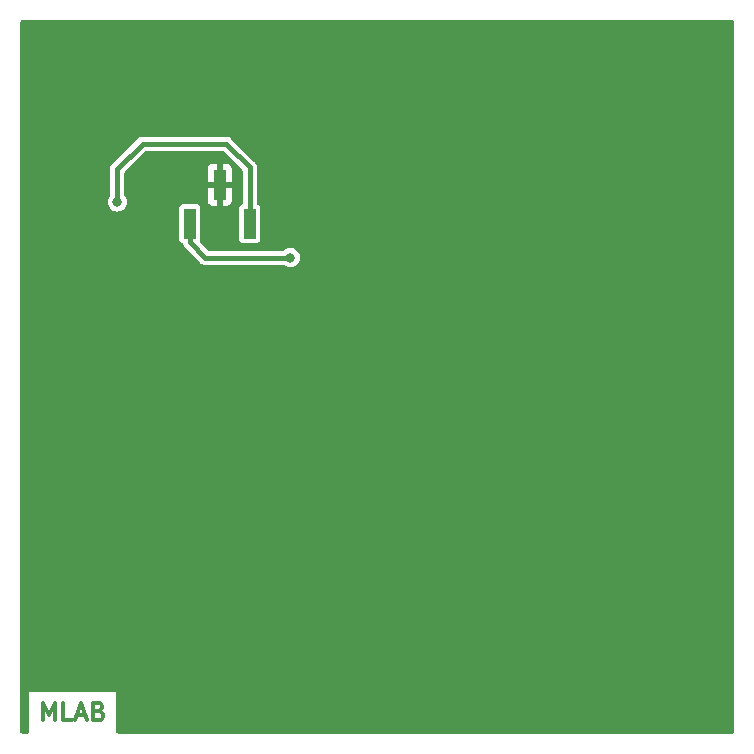
<source format=gbr>
%TF.GenerationSoftware,KiCad,Pcbnew,7.0.5.1-1-g8f565ef7f0-dirty-deb11*%
%TF.CreationDate,2023-07-05T15:05:41+00:00*%
%TF.ProjectId,PINHOLDER02,50494e48-4f4c-4444-9552-30322e6b6963,02A*%
%TF.SameCoordinates,Original*%
%TF.FileFunction,Copper,L1,Top*%
%TF.FilePolarity,Positive*%
%FSLAX46Y46*%
G04 Gerber Fmt 4.6, Leading zero omitted, Abs format (unit mm)*
G04 Created by KiCad (PCBNEW 7.0.5.1-1-g8f565ef7f0-dirty-deb11) date 2023-07-05 15:05:41*
%MOMM*%
%LPD*%
G01*
G04 APERTURE LIST*
%ADD10C,0.300000*%
%TA.AperFunction,NonConductor*%
%ADD11C,0.300000*%
%TD*%
%TA.AperFunction,ComponentPad*%
%ADD12C,6.000000*%
%TD*%
%TA.AperFunction,SMDPad,CuDef*%
%ADD13R,1.000000X2.510000*%
%TD*%
%TA.AperFunction,ViaPad*%
%ADD14C,0.800000*%
%TD*%
%TA.AperFunction,Conductor*%
%ADD15C,0.400000*%
%TD*%
G04 APERTURE END LIST*
D10*
D11*
X-2910001Y-54498328D02*
X-2910001Y-52998328D01*
X-2910001Y-52998328D02*
X-2410001Y-54069757D01*
X-2410001Y-54069757D02*
X-1910001Y-52998328D01*
X-1910001Y-52998328D02*
X-1910001Y-54498328D01*
X-481429Y-54498328D02*
X-1195715Y-54498328D01*
X-1195715Y-54498328D02*
X-1195715Y-52998328D01*
X-52857Y-54069757D02*
X661429Y-54069757D01*
X-195714Y-54498328D02*
X304286Y-52998328D01*
X304286Y-52998328D02*
X804286Y-54498328D01*
X1804285Y-53712614D02*
X2018571Y-53784042D01*
X2018571Y-53784042D02*
X2090000Y-53855471D01*
X2090000Y-53855471D02*
X2161428Y-53998328D01*
X2161428Y-53998328D02*
X2161428Y-54212614D01*
X2161428Y-54212614D02*
X2090000Y-54355471D01*
X2090000Y-54355471D02*
X2018571Y-54426900D01*
X2018571Y-54426900D02*
X1875714Y-54498328D01*
X1875714Y-54498328D02*
X1304285Y-54498328D01*
X1304285Y-54498328D02*
X1304285Y-52998328D01*
X1304285Y-52998328D02*
X1804285Y-52998328D01*
X1804285Y-52998328D02*
X1947143Y-53069757D01*
X1947143Y-53069757D02*
X2018571Y-53141185D01*
X2018571Y-53141185D02*
X2090000Y-53284042D01*
X2090000Y-53284042D02*
X2090000Y-53426900D01*
X2090000Y-53426900D02*
X2018571Y-53569757D01*
X2018571Y-53569757D02*
X1947143Y-53641185D01*
X1947143Y-53641185D02*
X1804285Y-53712614D01*
X1804285Y-53712614D02*
X1304285Y-53712614D01*
D12*
%TO.P,M3,1*%
%TO.N,GND*%
X0Y0D03*
%TD*%
%TO.P,M2,1*%
%TO.N,GND*%
X40640000Y0D03*
%TD*%
D13*
%TO.P,J1,1*%
%TO.N,/circle_0*%
X9524000Y-12449000D03*
%TO.P,J1,2*%
%TO.N,GND*%
X12064000Y-9139000D03*
%TO.P,J1,3*%
%TO.N,Net-(J1-Pad3)*%
X14604000Y-12449000D03*
%TD*%
D12*
%TO.P,M4,1*%
%TO.N,GND*%
X0Y-20320000D03*
%TD*%
D14*
%TO.N,/circle_0*%
X18040000Y-15320000D03*
%TO.N,GND*%
X-2710000Y-6720000D03*
%TO.N,Net-(J1-Pad3)*%
X3390000Y-10620000D03*
%TD*%
D15*
%TO.N,/circle_0*%
X18040000Y-15320000D02*
X10840000Y-15320000D01*
X10840000Y-15320000D02*
X9524000Y-14004000D01*
X9524000Y-12449000D02*
X9295000Y-12220000D01*
X9524000Y-14004000D02*
X9524000Y-12449000D01*
%TO.N,Net-(J1-Pad3)*%
X3390000Y-10620000D02*
X3390000Y-7820000D01*
X5540000Y-5670000D02*
X12590000Y-5670000D01*
X14604000Y-7684000D02*
X14604000Y-12449000D01*
X12590000Y-5670000D02*
X14604000Y-7684000D01*
X3390000Y-7820000D02*
X5540000Y-5670000D01*
%TD*%
%TA.AperFunction,Conductor*%
%TO.N,GND*%
G36*
X55512843Y4805793D02*
G01*
X55582084Y4750574D01*
X55620511Y4670782D01*
X55625500Y4626500D01*
X55625500Y-55426500D01*
X55605793Y-55512843D01*
X55550574Y-55582084D01*
X55470782Y-55620511D01*
X55426500Y-55625500D01*
X3485929Y-55625500D01*
X3399586Y-55605793D01*
X3330345Y-55550574D01*
X3291918Y-55470782D01*
X3286929Y-55426500D01*
X3286929Y-52080214D01*
X-4106929Y-52080214D01*
X-4106929Y-55426500D01*
X-4126636Y-55512843D01*
X-4181855Y-55582084D01*
X-4261647Y-55620511D01*
X-4305929Y-55625500D01*
X-4626500Y-55625500D01*
X-4712843Y-55605793D01*
X-4782084Y-55550574D01*
X-4820511Y-55470782D01*
X-4825500Y-55426500D01*
X-4825500Y-13735518D01*
X8623500Y-13735518D01*
X8636323Y-13816480D01*
X8638353Y-13829300D01*
X8638354Y-13829303D01*
X8638354Y-13829305D01*
X8695951Y-13942344D01*
X8785657Y-14032050D01*
X8846975Y-14063293D01*
X8914960Y-14120051D01*
X8940483Y-14164449D01*
X8999463Y-14306840D01*
X8999464Y-14306843D01*
X9095717Y-14432282D01*
X9095718Y-14432282D01*
X9122044Y-14452482D01*
X9131835Y-14461070D01*
X10382939Y-15712174D01*
X10391514Y-15721952D01*
X10407962Y-15743388D01*
X10411717Y-15748281D01*
X10508132Y-15822263D01*
X10508131Y-15822263D01*
X10537158Y-15844535D01*
X10537158Y-15844536D01*
X10588804Y-15865928D01*
X10683238Y-15905044D01*
X10840000Y-15925682D01*
X10861384Y-15922866D01*
X10872893Y-15921352D01*
X10885893Y-15920500D01*
X17433751Y-15920500D01*
X17520094Y-15940207D01*
X17539621Y-15950999D01*
X17690478Y-16045789D01*
X17860745Y-16105368D01*
X18040000Y-16125565D01*
X18219255Y-16105368D01*
X18389522Y-16045789D01*
X18542262Y-15949816D01*
X18669816Y-15822262D01*
X18765789Y-15669522D01*
X18825368Y-15499255D01*
X18845565Y-15320000D01*
X18825368Y-15140745D01*
X18765789Y-14970478D01*
X18669816Y-14817738D01*
X18669813Y-14817735D01*
X18669812Y-14817733D01*
X18542266Y-14690187D01*
X18542263Y-14690185D01*
X18542262Y-14690184D01*
X18389522Y-14594211D01*
X18389521Y-14594210D01*
X18389520Y-14594210D01*
X18219258Y-14534633D01*
X18219257Y-14534632D01*
X18219255Y-14534632D01*
X18040000Y-14514435D01*
X18039999Y-14514435D01*
X18009488Y-14517872D01*
X17860745Y-14534632D01*
X17860742Y-14534632D01*
X17860741Y-14534633D01*
X17690479Y-14594210D01*
X17690478Y-14594210D01*
X17539626Y-14688998D01*
X17456032Y-14718249D01*
X17433751Y-14719500D01*
X11171163Y-14719500D01*
X11084820Y-14699793D01*
X11030449Y-14661214D01*
X10440623Y-14071388D01*
X10393504Y-13996400D01*
X10383588Y-13908393D01*
X10404028Y-13840328D01*
X10409646Y-13829304D01*
X10424500Y-13735519D01*
X10424499Y-11162482D01*
X10409646Y-11068696D01*
X10352050Y-10955658D01*
X10352049Y-10955657D01*
X10352048Y-10955655D01*
X10262342Y-10865949D01*
X10149307Y-10808355D01*
X10149304Y-10808354D01*
X10149302Y-10808353D01*
X10149300Y-10808353D01*
X10083818Y-10797982D01*
X10055519Y-10793500D01*
X10055518Y-10793500D01*
X8992481Y-10793500D01*
X8898696Y-10808354D01*
X8898694Y-10808354D01*
X8785655Y-10865951D01*
X8695949Y-10955657D01*
X8638355Y-11068692D01*
X8638353Y-11068699D01*
X8623500Y-11162481D01*
X8623500Y-13735518D01*
X-4825500Y-13735518D01*
X-4825500Y-10620000D01*
X2584435Y-10620000D01*
X2604632Y-10799255D01*
X2604632Y-10799257D01*
X2604633Y-10799258D01*
X2664210Y-10969520D01*
X2664210Y-10969521D01*
X2760187Y-11122266D01*
X2887733Y-11249812D01*
X2887735Y-11249813D01*
X2887738Y-11249816D01*
X3040478Y-11345789D01*
X3210745Y-11405368D01*
X3390000Y-11425565D01*
X3569255Y-11405368D01*
X3739522Y-11345789D01*
X3892262Y-11249816D01*
X4019816Y-11122262D01*
X4115789Y-10969522D01*
X4175368Y-10799255D01*
X4195565Y-10620000D01*
X4175368Y-10440745D01*
X4115789Y-10270478D01*
X4021001Y-10119624D01*
X3991751Y-10036032D01*
X3990500Y-10013751D01*
X3990500Y-9393000D01*
X11034000Y-9393000D01*
X11034000Y-10435500D01*
X11044227Y-10520662D01*
X11097674Y-10656197D01*
X11097679Y-10656205D01*
X11185709Y-10772289D01*
X11185710Y-10772290D01*
X11301794Y-10860320D01*
X11301802Y-10860325D01*
X11437337Y-10913772D01*
X11522500Y-10924000D01*
X11810000Y-10924000D01*
X11810000Y-9393000D01*
X12318000Y-9393000D01*
X12318000Y-10924000D01*
X12605500Y-10924000D01*
X12690662Y-10913772D01*
X12826197Y-10860325D01*
X12826205Y-10860320D01*
X12942289Y-10772290D01*
X12942290Y-10772289D01*
X13030320Y-10656205D01*
X13030325Y-10656197D01*
X13083772Y-10520662D01*
X13094000Y-10435500D01*
X13094000Y-9393000D01*
X12318000Y-9393000D01*
X11810000Y-9393000D01*
X11034000Y-9393000D01*
X3990500Y-9393000D01*
X3990500Y-8885000D01*
X11034000Y-8885000D01*
X11810000Y-8885000D01*
X11810000Y-7354000D01*
X12318000Y-7354000D01*
X12318000Y-8885000D01*
X13094000Y-8885000D01*
X13094000Y-7842499D01*
X13083772Y-7757337D01*
X13030325Y-7621802D01*
X13030320Y-7621794D01*
X12942290Y-7505710D01*
X12942289Y-7505709D01*
X12826205Y-7417679D01*
X12826197Y-7417674D01*
X12690662Y-7364227D01*
X12605500Y-7354000D01*
X12318000Y-7354000D01*
X11810000Y-7354000D01*
X11522500Y-7354000D01*
X11437337Y-7364227D01*
X11301802Y-7417674D01*
X11301794Y-7417679D01*
X11185710Y-7505709D01*
X11185709Y-7505710D01*
X11097679Y-7621794D01*
X11097674Y-7621802D01*
X11044227Y-7757337D01*
X11034000Y-7842499D01*
X11034000Y-8885000D01*
X3990500Y-8885000D01*
X3990500Y-8151163D01*
X4010207Y-8064820D01*
X4048786Y-8010449D01*
X5730449Y-6328786D01*
X5805437Y-6281667D01*
X5871163Y-6270500D01*
X12258837Y-6270500D01*
X12345180Y-6290207D01*
X12399551Y-6328786D01*
X13945214Y-7874449D01*
X13992333Y-7949437D01*
X14003500Y-8015163D01*
X14003500Y-10673768D01*
X13983793Y-10760111D01*
X13928574Y-10829352D01*
X13894846Y-10851077D01*
X13865658Y-10865949D01*
X13865656Y-10865950D01*
X13775949Y-10955657D01*
X13718355Y-11068692D01*
X13718353Y-11068699D01*
X13703500Y-11162481D01*
X13703500Y-13735518D01*
X13716323Y-13816480D01*
X13718353Y-13829300D01*
X13718354Y-13829303D01*
X13718354Y-13829305D01*
X13775951Y-13942344D01*
X13865657Y-14032050D01*
X13978692Y-14089644D01*
X13978696Y-14089646D01*
X14072481Y-14104500D01*
X15135518Y-14104499D01*
X15229304Y-14089646D01*
X15342342Y-14032050D01*
X15432050Y-13942342D01*
X15489646Y-13829304D01*
X15504500Y-13735519D01*
X15504499Y-11162482D01*
X15489646Y-11068696D01*
X15432050Y-10955658D01*
X15432049Y-10955657D01*
X15432048Y-10955655D01*
X15342343Y-10865950D01*
X15342341Y-10865949D01*
X15313154Y-10851077D01*
X15245169Y-10794319D01*
X15208544Y-10713683D01*
X15204500Y-10673768D01*
X15204500Y-7729893D01*
X15205352Y-7716893D01*
X15206866Y-7705384D01*
X15209682Y-7684000D01*
X15189044Y-7527238D01*
X15132910Y-7391718D01*
X15128536Y-7381158D01*
X15056449Y-7287214D01*
X15032280Y-7255716D01*
X15019384Y-7245821D01*
X15005959Y-7235520D01*
X14996167Y-7226932D01*
X13047070Y-5277835D01*
X13038482Y-5268044D01*
X13018282Y-5241718D01*
X13018278Y-5241715D01*
X12892843Y-5145464D01*
X12892840Y-5145463D01*
X12746764Y-5084957D01*
X12746765Y-5084957D01*
X12746762Y-5084956D01*
X12746759Y-5084955D01*
X12746754Y-5084954D01*
X12629365Y-5069499D01*
X12629363Y-5069500D01*
X12603120Y-5066045D01*
X12590000Y-5064318D01*
X12589999Y-5064318D01*
X12557107Y-5068648D01*
X12544107Y-5069500D01*
X5585893Y-5069500D01*
X5572893Y-5068648D01*
X5540000Y-5064318D01*
X5500637Y-5069500D01*
X5500636Y-5069499D01*
X5383245Y-5084954D01*
X5383235Y-5084957D01*
X5237159Y-5145463D01*
X5237152Y-5145467D01*
X5111719Y-5241715D01*
X5091515Y-5268044D01*
X5082926Y-5277837D01*
X2997835Y-7362928D01*
X2988043Y-7371516D01*
X2961718Y-7391717D01*
X2937551Y-7423213D01*
X2865464Y-7517158D01*
X2865463Y-7517158D01*
X2804957Y-7663235D01*
X2804956Y-7663237D01*
X2784318Y-7820001D01*
X2788648Y-7852893D01*
X2789500Y-7865893D01*
X2789500Y-10013751D01*
X2769793Y-10100094D01*
X2758998Y-10119626D01*
X2664210Y-10270478D01*
X2664210Y-10270479D01*
X2606467Y-10435500D01*
X2604632Y-10440745D01*
X2584435Y-10620000D01*
X-4825500Y-10620000D01*
X-4825500Y4626500D01*
X-4805793Y4712843D01*
X-4750574Y4782084D01*
X-4670782Y4820511D01*
X-4626500Y4825500D01*
X55426500Y4825500D01*
X55512843Y4805793D01*
G37*
%TD.AperFunction*%
%TD*%
M02*

</source>
